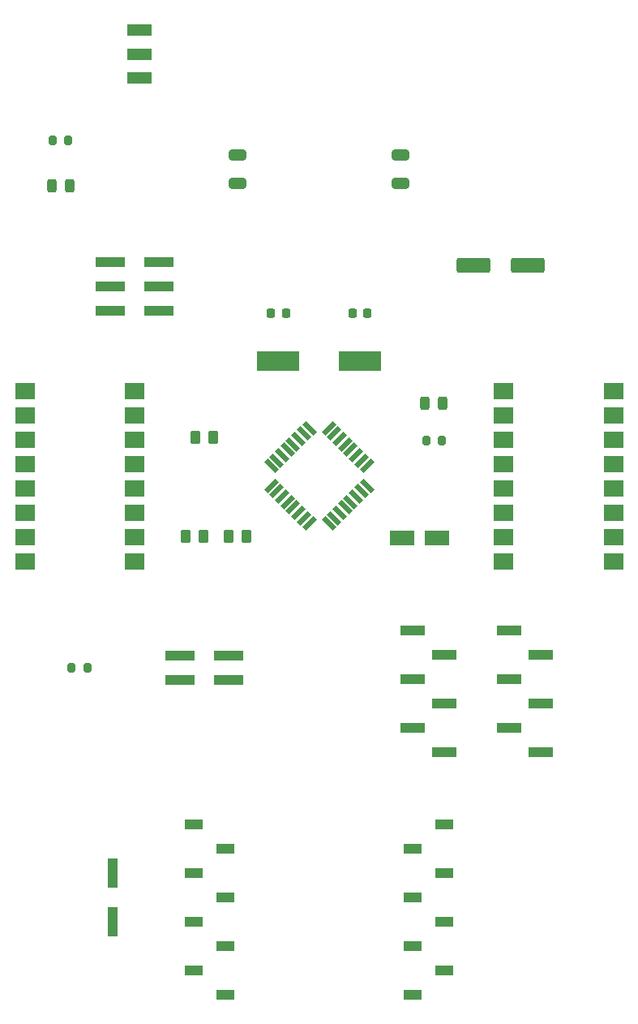
<source format=gbr>
%TF.GenerationSoftware,KiCad,Pcbnew,(6.0.5)*%
%TF.CreationDate,2022-06-28T11:16:47+05:30*%
%TF.ProjectId,MecCam_pro,4d656343-616d-45f7-9072-6f2e6b696361,rev?*%
%TF.SameCoordinates,Original*%
%TF.FileFunction,Paste,Top*%
%TF.FilePolarity,Positive*%
%FSLAX46Y46*%
G04 Gerber Fmt 4.6, Leading zero omitted, Abs format (unit mm)*
G04 Created by KiCad (PCBNEW (6.0.5)) date 2022-06-28 11:16:47*
%MOMM*%
%LPD*%
G01*
G04 APERTURE LIST*
G04 Aperture macros list*
%AMRoundRect*
0 Rectangle with rounded corners*
0 $1 Rounding radius*
0 $2 $3 $4 $5 $6 $7 $8 $9 X,Y pos of 4 corners*
0 Add a 4 corners polygon primitive as box body*
4,1,4,$2,$3,$4,$5,$6,$7,$8,$9,$2,$3,0*
0 Add four circle primitives for the rounded corners*
1,1,$1+$1,$2,$3*
1,1,$1+$1,$4,$5*
1,1,$1+$1,$6,$7*
1,1,$1+$1,$8,$9*
0 Add four rect primitives between the rounded corners*
20,1,$1+$1,$2,$3,$4,$5,0*
20,1,$1+$1,$4,$5,$6,$7,0*
20,1,$1+$1,$6,$7,$8,$9,0*
20,1,$1+$1,$8,$9,$2,$3,0*%
%AMRotRect*
0 Rectangle, with rotation*
0 The origin of the aperture is its center*
0 $1 length*
0 $2 width*
0 $3 Rotation angle, in degrees counterclockwise*
0 Add horizontal line*
21,1,$1,$2,0,0,$3*%
G04 Aperture macros list end*
%ADD10RoundRect,0.225000X0.225000X0.250000X-0.225000X0.250000X-0.225000X-0.250000X0.225000X-0.250000X0*%
%ADD11R,1.900000X1.000000*%
%ADD12R,3.150000X1.000000*%
%ADD13RoundRect,0.200000X-0.200000X-0.275000X0.200000X-0.275000X0.200000X0.275000X-0.200000X0.275000X0*%
%ADD14RoundRect,0.250000X0.262500X0.450000X-0.262500X0.450000X-0.262500X-0.450000X0.262500X-0.450000X0*%
%ADD15R,2.000000X1.780000*%
%ADD16RotRect,1.600000X0.550000X225.000000*%
%ADD17RotRect,1.600000X0.550000X315.000000*%
%ADD18R,4.500000X2.000000*%
%ADD19RoundRect,0.225000X-0.225000X-0.250000X0.225000X-0.250000X0.225000X0.250000X-0.225000X0.250000X0*%
%ADD20RoundRect,0.243750X0.243750X0.456250X-0.243750X0.456250X-0.243750X-0.456250X0.243750X-0.456250X0*%
%ADD21RoundRect,0.250000X0.650000X-0.325000X0.650000X0.325000X-0.650000X0.325000X-0.650000X-0.325000X0*%
%ADD22RoundRect,0.243750X-0.243750X-0.456250X0.243750X-0.456250X0.243750X0.456250X-0.243750X0.456250X0*%
%ADD23R,2.500000X1.250000*%
%ADD24R,1.000000X3.150000*%
%ADD25RoundRect,0.250000X-1.050000X-0.550000X1.050000X-0.550000X1.050000X0.550000X-1.050000X0.550000X0*%
%ADD26R,2.510000X1.000000*%
%ADD27RoundRect,0.250000X-1.500000X-0.550000X1.500000X-0.550000X1.500000X0.550000X-1.500000X0.550000X0*%
%ADD28RoundRect,0.250000X-0.650000X0.325000X-0.650000X-0.325000X0.650000X-0.325000X0.650000X0.325000X0*%
%ADD29RoundRect,0.200000X0.200000X0.275000X-0.200000X0.275000X-0.200000X-0.275000X0.200000X-0.275000X0*%
G04 APERTURE END LIST*
D10*
%TO.C,C6*%
X96525000Y-83000000D03*
X94975000Y-83000000D03*
%TD*%
D11*
%TO.C,J13*%
X113050000Y-136360000D03*
X109750000Y-138900000D03*
X113050000Y-141440000D03*
X109750000Y-143980000D03*
X113050000Y-146520000D03*
X109750000Y-149060000D03*
X113050000Y-151600000D03*
X109750000Y-154140000D03*
%TD*%
D12*
%TO.C,J3*%
X85475000Y-118730000D03*
X90525000Y-118730000D03*
X85475000Y-121270000D03*
X90525000Y-121270000D03*
%TD*%
D13*
%TO.C,R6*%
X111175000Y-96300000D03*
X112825000Y-96300000D03*
%TD*%
D14*
%TO.C,R3*%
X90587500Y-106300000D03*
X92412500Y-106300000D03*
%TD*%
D15*
%TO.C,U1*%
X119260000Y-91110000D03*
X119260000Y-93650000D03*
X119260000Y-96190000D03*
X119260000Y-98730000D03*
X119260000Y-101270000D03*
X119260000Y-103810000D03*
X119260000Y-106350000D03*
X119260000Y-108890000D03*
X130740000Y-108890000D03*
X130740000Y-106350000D03*
X130740000Y-103810000D03*
X130740000Y-101270000D03*
X130740000Y-98730000D03*
X130740000Y-96190000D03*
X130740000Y-93650000D03*
X130740000Y-91110000D03*
%TD*%
%TO.C,U3*%
X69260000Y-91110000D03*
X69260000Y-93650000D03*
X69260000Y-96190000D03*
X69260000Y-98730000D03*
X69260000Y-101270000D03*
X69260000Y-103810000D03*
X69260000Y-106350000D03*
X69260000Y-108890000D03*
X80740000Y-108890000D03*
X80740000Y-106350000D03*
X80740000Y-103810000D03*
X80740000Y-101270000D03*
X80740000Y-98730000D03*
X80740000Y-96190000D03*
X80740000Y-93650000D03*
X80740000Y-91110000D03*
%TD*%
D16*
%TO.C,U4*%
X104985103Y-98974695D03*
X104419417Y-98409010D03*
X103853732Y-97843324D03*
X103288047Y-97277639D03*
X102722361Y-96711953D03*
X102156676Y-96146268D03*
X101590990Y-95580583D03*
X101025305Y-95014897D03*
D17*
X98974695Y-95014897D03*
X98409010Y-95580583D03*
X97843324Y-96146268D03*
X97277639Y-96711953D03*
X96711953Y-97277639D03*
X96146268Y-97843324D03*
X95580583Y-98409010D03*
X95014897Y-98974695D03*
D16*
X95014897Y-101025305D03*
X95580583Y-101590990D03*
X96146268Y-102156676D03*
X96711953Y-102722361D03*
X97277639Y-103288047D03*
X97843324Y-103853732D03*
X98409010Y-104419417D03*
X98974695Y-104985103D03*
D17*
X101025305Y-104985103D03*
X101590990Y-104419417D03*
X102156676Y-103853732D03*
X102722361Y-103288047D03*
X103288047Y-102722361D03*
X103853732Y-102156676D03*
X104419417Y-101590990D03*
X104985103Y-101025305D03*
%TD*%
D18*
%TO.C,Y1*%
X104250000Y-88000000D03*
X95750000Y-88000000D03*
%TD*%
D19*
%TO.C,C5*%
X103475000Y-83000000D03*
X105025000Y-83000000D03*
%TD*%
D20*
%TO.C,D2*%
X112937500Y-92400000D03*
X111062500Y-92400000D03*
%TD*%
D14*
%TO.C,R4*%
X87087500Y-96000000D03*
X88912500Y-96000000D03*
%TD*%
%TO.C,R2*%
X86075000Y-106300000D03*
X87900000Y-106300000D03*
%TD*%
D12*
%TO.C,J16*%
X78175000Y-77710000D03*
X83225000Y-77710000D03*
X78175000Y-80250000D03*
X83225000Y-80250000D03*
X78175000Y-82790000D03*
X83225000Y-82790000D03*
%TD*%
D21*
%TO.C,C2*%
X108500000Y-69475000D03*
X108500000Y-66525000D03*
%TD*%
D22*
%TO.C,D1*%
X72062500Y-69700000D03*
X73937500Y-69700000D03*
%TD*%
D23*
%TO.C,SW1*%
X81200000Y-53500000D03*
X81200000Y-56000000D03*
X81200000Y-58500000D03*
%TD*%
D24*
%TO.C,J9*%
X78450000Y-141475000D03*
X78450000Y-146525000D03*
%TD*%
D11*
%TO.C,J12*%
X86950000Y-136360000D03*
X90250000Y-138900000D03*
X86950000Y-141440000D03*
X90250000Y-143980000D03*
X86950000Y-146520000D03*
X90250000Y-149060000D03*
X86950000Y-151600000D03*
X90250000Y-154140000D03*
%TD*%
D25*
%TO.C,C4*%
X108700000Y-106500000D03*
X112300000Y-106500000D03*
%TD*%
D13*
%TO.C,R5*%
X74150000Y-120000000D03*
X75800000Y-120000000D03*
%TD*%
D26*
%TO.C,J5*%
X113075000Y-128850000D03*
X109765000Y-126310000D03*
X113075000Y-123770000D03*
X109765000Y-121230000D03*
X113075000Y-118690000D03*
X109765000Y-116150000D03*
%TD*%
D27*
%TO.C,C3*%
X116150000Y-78000000D03*
X121750000Y-78000000D03*
%TD*%
D28*
%TO.C,C1*%
X91500000Y-66525000D03*
X91500000Y-69475000D03*
%TD*%
D29*
%TO.C,R1*%
X73825000Y-65000000D03*
X72175000Y-65000000D03*
%TD*%
D26*
%TO.C,J6*%
X119845000Y-116150000D03*
X123155000Y-118690000D03*
X119845000Y-121230000D03*
X123155000Y-123770000D03*
X119845000Y-126310000D03*
X123155000Y-128850000D03*
%TD*%
M02*

</source>
